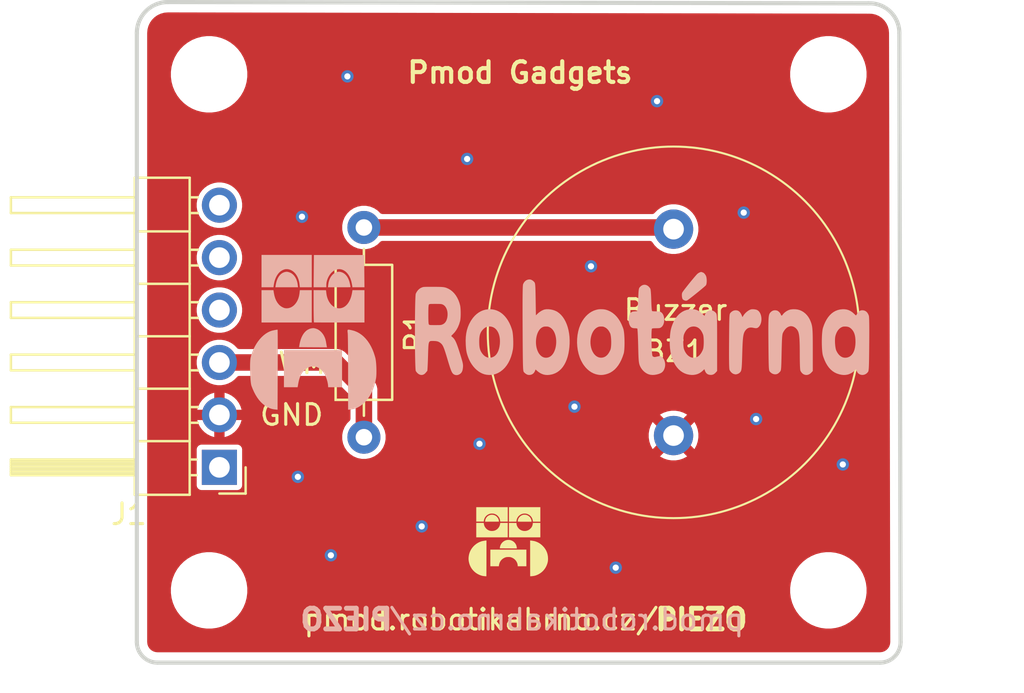
<source format=kicad_pcb>
(kicad_pcb (version 20241229) (generator "pcbnew") (generator_version "9.0")
  (layers (0 "F.Cu" signal) (2 "B.Cu" signal) (13 "F.Paste" user) (15 "B.Paste" user) (5 "F.SilkS" user "F.Silkscreen") (7 "B.SilkS" user "B.Silkscreen") (1 "F.Mask" user) (3 "B.Mask" user) (25 "Edge.Cuts" user))
  (net 0 "")
  (net 1 "GND")
  (net 2 "PWM")
  (net 7 "Net-(BZ1-Pad2)")
  (footprint "MountingHole:MountingHole_3.2mm_M3" (layer "F.Cu") (at 111.5 50.5)
    (property "Reference" "REF**" (hide yes))
    (property "Value" "MountingHole_3.2mm_M3")
    (pad "" np_thru_hole circle (at 0 0) (size 3.2 3.2) (drill 3.2) (layers "*.Cu" "*.Mask"))
  )
  (footprint "LOGO" (layer "F.Cu") (at 96 73)
    (property "Reference" "G***" (hide yes))
    (property "Value" "LOGO" (hide yes))
  )
  (footprint "Resistor_THT:R_Axial_DIN0207_L6.3mm_D2.5mm_P10.16mm_Horizontal" (layer "F.Cu") (at 89 68.08 90)
    (property "Reference" "R1" (at 5.08 2.5 90) (layer "F.SilkS"))
    (property "Value" "330R")
    (pad "1" thru_hole circle (at 0 0 90) (size 1.6 1.6) (drill 0.8) (layers "*.Cu" "*.Mask") (net 2 "PWM"))
    (pad "2" thru_hole circle (at 10.16 0 90) (size 1.6 1.6) (drill 0.8) (layers "*.Cu" "*.Mask") (net 7 "Net-(BZ1-Pad2)"))
  )
  (footprint "LOGO" (layer "F.Cu") (at 98.5 63)
    (property "Reference" "G***" (hide yes))
    (property "Value" "LOGO" (hide yes))
  )
  (footprint "Connector_PinHeader_2.54mm:PinHeader_1x06_P2.54mm_Horizontal" (layer "F.Cu") (at 82 69.54 180)
    (property "Reference" "J1" (at 4.385 -2.27 0) (layer "F.SilkS"))
    (property "Value" "Conn_01x06_Pin")
    (pad "1" thru_hole rect (at 0 0 180) (size 1.7 1.7) (drill 1) (layers "*.Cu" "*.Mask"))
    (pad "2" thru_hole oval (at 0 2.54 180) (size 1.7 1.7) (drill 1) (layers "*.Cu" "*.Mask") (net 1 "GND"))
    (pad "3" thru_hole oval (at 0 5.08 180) (size 1.7 1.7) (drill 1) (layers "*.Cu" "*.Mask") (net 2 "PWM"))
    (pad "4" thru_hole oval (at 0 7.62 180) (size 1.7 1.7) (drill 1) (layers "*.Cu" "*.Mask"))
    (pad "5" thru_hole oval (at 0 10.16 180) (size 1.7 1.7) (drill 1) (layers "*.Cu" "*.Mask"))
    (pad "6" thru_hole oval (at 0 12.7 180) (size 1.7 1.7) (drill 1) (layers "*.Cu" "*.Mask"))
  )
  (footprint "MountingHole:MountingHole_3.2mm_M3" (layer "F.Cu") (at 81.5 50.5)
    (property "Reference" "REF**" (hide yes))
    (property "Value" "MountingHole_3.2mm_M3")
    (pad "" np_thru_hole circle (at 0 0) (size 3.2 3.2) (drill 3.2) (layers "*.Cu" "*.Mask"))
  )
  (footprint "MountingHole:MountingHole_3.2mm_M3" (layer "F.Cu") (at 111.5 75.5)
    (property "Reference" "REF**" (hide yes))
    (property "Value" "MountingHole_3.2mm_M3")
    (pad "" np_thru_hole circle (at 0 0) (size 3.2 3.2) (drill 3.2) (layers "*.Cu" "*.Mask"))
  )
  (footprint "MountingHole:MountingHole_3.2mm_M3" (layer "F.Cu") (at 81.5 75.5)
    (property "Reference" "REF**" (hide yes))
    (property "Value" "MountingHole_3.2mm_M3")
    (pad "" np_thru_hole circle (at 0 0) (size 3.2 3.2) (drill 3.2) (layers "*.Cu" "*.Mask"))
  )
  (footprint "Samacsys:AZ-1740E-2P" (layer "F.Cu") (at 104 63 -90)
    (property "Reference" "BZ1" (hide yes))
    (property "Value" "AZ-1740E-2P" (hide yes))
    (fp_text user "BZ1" (at 1.5 1.5 0) (layer "F.SilkS") (effects (justify left bottom)))
    (fp_text user "Buzzer" (at -0.5 2.5 0) (layer "F.SilkS") (effects (justify left bottom)))
    (pad "1" thru_hole circle (at 5 0 270) (size 1.905 1.905) (drill 1) (layers "*.Cu" "*.Mask") (net 1 "GND"))
    (pad "2" thru_hole circle (at -5 0 270) (size 1.905 1.905) (drill 1) (layers "*.Cu" "*.Mask") (net 7 "Net-(BZ1-Pad2)"))
  )
  (gr_line (start 78 48.5) (end 78 78) (stroke (width 0.2)) (layer "Edge.Cuts"))
  (gr_arc (start 78 48.5) (mid 78.43934 47.43934) (end 79.5 47) (stroke (width 0.2)) (layer "Edge.Cuts"))
  (gr_arc (start 115 78) (mid 114.707107 78.707107) (end 114 79) (stroke (width 0.2)) (layer "Edge.Cuts"))
  (gr_line (start 114.9393 48.5) (end 115 78) (stroke (width 0.2)) (layer "Edge.Cuts"))
  (gr_line (start 79 79) (end 114 79) (stroke (width 0.2)) (layer "Edge.Cuts"))
  (gr_arc (start 113.441804 47.061877) (mid 114.496951 47.46189) (end 114.9393 48.5) (stroke (width 0.2)) (layer "Edge.Cuts"))
  (gr_arc (start 79 79) (mid 78.292893 78.707107) (end 78 78) (stroke (width 0.2)) (layer "Edge.Cuts"))
  (gr_line (start 79.5 47) (end 113.441804 47.061878) (stroke (width 0.2)) (layer "Edge.Cuts"))
  (gr_text "PIEZO" (at 103 77.5 0) (layer "F.SilkS") (effects (font (size 1 1) (thickness 0.24) (bold yes)) (justify left bottom)))
  (gr_text "pmod.robotikabrno.cz/\n" (at 86 77.5 0) (layer "F.SilkS") (effects (font (size 1 1)) (justify left bottom)))
  (gr_text "GND" (at 85.5 67 0) (layer "F.SilkS") (effects (font (size 1 1))))
  (gr_text "PWM" (at 85.5 64.5 0) (layer "F.SilkS") (effects (font (size 1 1))))
  (gr_text "Pmod Gadgets" (at 91 51 0) (layer "F.SilkS") (effects (font (size 1 1) (thickness 0.2) (bold yes)) (justify left bottom)))
  (gr_text "PIEZO" (at 90.5 77.5 0) (layer "B.SilkS") (effects (font (size 1 1) (thickness 0.24) (bold yes)) (justify left bottom mirror)))
  (gr_text "pmod.robotikabrno.cz/\n" (at 107.5 77.5 0) (layer "B.SilkS") (effects (font (size 1 1)) (justify left bottom mirror)))
  (via (at 94.6 68.4) (size 0.6) (drill 0.3) (layers "F.Cu" "B.Cu") (net 1))
  (via (at 112.2 69.4) (size 0.6) (drill 0.3) (layers "F.Cu" "B.Cu") (net 1))
  (via (at 91.8 72.4) (size 0.6) (drill 0.3) (layers "F.Cu" "B.Cu") (net 1))
  (via (at 99.2 66.6) (size 0.6) (drill 0.3) (layers "F.Cu" "B.Cu") (net 1))
  (via (at 108 67.2) (size 0.6) (drill 0.3) (layers "F.Cu" "B.Cu") (net 1))
  (via (at 94 54.6) (size 0.6) (drill 0.3) (layers "F.Cu" "B.Cu") (net 1))
  (via (at 100 59.8) (size 0.6) (drill 0.3) (layers "F.Cu" "B.Cu") (net 1))
  (via (at 86 57.4) (size 0.6) (drill 0.3) (layers "F.Cu" "B.Cu") (net 1))
  (via (at 103.2 51.8) (size 0.6) (drill 0.3) (layers "F.Cu" "B.Cu") (net 1))
  (via (at 101.2 74.4) (size 0.6) (drill 0.3) (layers "F.Cu" "B.Cu") (net 1))
  (via (at 85.8 70) (size 0.6) (drill 0.3) (layers "F.Cu" "B.Cu") (net 1))
  (via (at 88.2 50.6) (size 0.6) (drill 0.3) (layers "F.Cu" "B.Cu") (net 1))
  (via (at 87.4 73.8) (size 0.6) (drill 0.3) (layers "F.Cu" "B.Cu") (net 1))
  (via (at 107.4 57.2) (size 0.6) (drill 0.3) (layers "F.Cu" "B.Cu") (net 1))
  (segment (start 87.66 64.46) (end 89 65.8) (width 0.8) (layer "F.Cu") (net 2))
  (segment (start 82 64.46) (end 87.66 64.46) (width 0.8) (layer "F.Cu") (net 2))
  (segment (start 89 65.8) (end 89 68.08) (width 0.8) (layer "F.Cu") (net 2))
  (segment (start 103.92 57.92) (end 104 58) (width 0.2) (layer "F.Cu") (net 7))
  (segment (start 89 57.92) (end 103.92 57.92) (width 0.8) (layer "F.Cu") (net 7))
  (zone (net 1) (net_name "GND") (layer "F.Cu") (connect_pads (clearance 0.25)) (min_thickness 0.25) (fill yes (thermal_gap 0.25) (thermal_bridge_width 0.5))
    (polygon (pts (xy 78.5 47.5) (xy 114.5 47.5) (xy 114.5 78.5) (xy 78.5 78.5)))
  )
)
</source>
